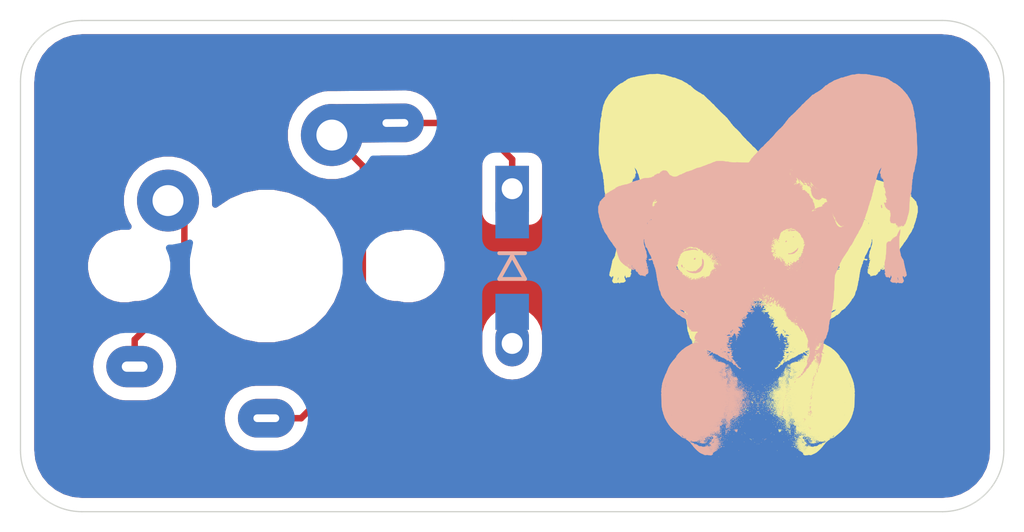
<source format=kicad_pcb>
(kicad_pcb (version 20171130) (host pcbnew "(5.1.4)-1")
  (layers (0 F.Cu signal) (31 B.Cu signal) (34 B.Paste user) (35 F.Paste user) (36 B.SilkS user) (37 F.SilkS user) (38 B.Mask user) (39 F.Mask user) (44 Edge.Cuts user))
  (net 0 "")
  (net 1 "Net-(D1-Pad2)")
  (net 2 "Net-(D1-Pad1)")
  (net 3 "Net-(SW1-Pad2)")
  (module pcb-art:martinwithball (layer B.Cu) (at 148.43125 95.25 180)
    (fp_text reference G*** hide)
    (fp_text value LOGO hide)
  )
  (module pcb-art:martinwithball (layer F.Cu) (at 148.43125 95.25)
    (fp_text reference G*** hide)
    (fp_text value LOGO hide)
  )
  (module kbd:CherryMX_ChocV2_1u (layer F.Cu) (at 129.38125 95.25)
    (fp_text reference D1 hide)
    (fp_text value D_Small hide)
    (pad 2 thru_hole circle (at 2.54 -5.08) (size 2.4 2.4) (drill 1.2) (layers *.Cu B.Mask) (net 1 "Net-(D1-Pad2)"))
    (pad 2 thru_hole oval (at 5 -5.55 0.5) (size 4.4 1.5) (drill oval 1 0.3 (offset -1.1 0)) (layers *.Cu B.Mask) (net 1 "Net-(D1-Pad2)"))
    (pad 1 thru_hole oval (at -5.1 3.9) (size 2.2 1.6) (drill oval 1 0.4) (layers *.Cu B.Mask) (net 2 "Net-(D1-Pad1)"))
    (pad "" np_thru_hole circle (at 0 0 90) (size 4.9 4.9) (drill 4.9) (layers *.Cu *.Mask))
    (pad "" np_thru_hole circle (at -5.5 0 90) (size 1.8 1.8) (drill 1.8) (layers *.Cu *.Mask))
    (pad "" np_thru_hole circle (at 5.5 0 90) (size 1.8 1.8) (drill 1.8) (layers *.Cu *.Mask))
    (pad 2 thru_hole oval (at 0 5.9) (size 2.2 1.5) (drill oval 1 0.3) (layers *.Cu B.Mask) (net 1 "Net-(D1-Pad2)"))
    (pad 1 thru_hole circle (at -3.81 -2.54) (size 2.4 2.4) (drill 1.2) (layers *.Cu B.Mask) (net 2 "Net-(D1-Pad1)"))
    (pad "" np_thru_hole circle (at 5.08 0) (size 1.7 1.7) (drill 1.7) (layers *.Cu *.Mask))
    (pad "" np_thru_hole circle (at -5.08 0) (size 1.7 1.7) (drill 1.7) (layers *.Cu *.Mask))
  )
  (module kbd:D3_TH_SMD_v2 (layer B.Cu) (at 138.90625 95.25 270)
    (fp_text reference SW1 hide)
    (fp_text value SW_PUSH hide)
    (pad 2 smd rect (at 1.775 0 90) (size 1.4 1.3) (layers B.Cu B.Paste B.Mask) (net 3 "Net-(SW1-Pad2)"))
    (pad 1 smd rect (at -1.775 0 90) (size 1.4 1.3) (layers B.Cu B.Paste B.Mask) (net 1 "Net-(D1-Pad2)"))
    (pad 2 thru_hole oval (at 3 0 270) (size 1.778 1.3) (drill 0.8128) (layers *.Cu F.Mask) (net 3 "Net-(SW1-Pad2)"))
    (pad 1 thru_hole rect (at -3 0 270) (size 1.778 1.3) (drill 0.8128) (layers *.Cu F.Mask) (net 1 "Net-(D1-Pad2)"))
  )
  (gr_line (start 157.95625 88.10625) (end 157.95625 102.39375) (layer Edge.Cuts) (width 0.05))
  (gr_arc (start 155.575 102.39375) (end 155.575 104.775) (angle -90) (layer Edge.Cuts) (width 0.05))
  (gr_line (start 122.2375 104.775) (end 155.575 104.775) (layer Edge.Cuts) (width 0.05))
  (gr_line (start 138.90625 85.725) (end 122.2375 85.725) (layer Edge.Cuts) (width 0.05))
  (gr_arc (start 155.575 88.10625) (end 157.95625 88.10625) (angle -90) (layer Edge.Cuts) (width 0.05))
  (gr_line (start 138.90625 85.725) (end 155.575 85.725) (layer Edge.Cuts) (width 0.05))
  (gr_line (start 119.85625 88.10625) (end 119.85625 102.39375) (layer Edge.Cuts) (width 0.05))
  (gr_arc (start 122.2375 102.39375) (end 119.85625 102.39375) (angle -90) (layer Edge.Cuts) (width 0.05))
  (gr_arc (start 122.2375 88.10625) (end 122.2375 85.725) (angle -90) (layer Edge.Cuts) (width 0.05))
  (segment (start 131.92125 90.17) (end 131.92125 90.64625) (width 0.25) (layer F.Cu) (net 1))
  (segment (start 133.121249 98.760001) (end 133.121249 91.369999) (width 0.25) (layer F.Cu) (net 1))
  (segment (start 133.121249 91.369999) (end 131.92125 90.17) (width 0.25) (layer F.Cu) (net 1))
  (segment (start 130.73125 101.15) (end 133.121249 98.760001) (width 0.25) (layer F.Cu) (net 1))
  (segment (start 129.38125 101.15) (end 130.73125 101.15) (width 0.25) (layer F.Cu) (net 1))
  (segment (start 138.90625 92.25) (end 138.90625 91.111) (width 0.25) (layer F.Cu) (net 1))
  (segment (start 137.49525 89.7) (end 134.38125 89.7) (width 0.25) (layer F.Cu) (net 1))
  (segment (start 138.90625 91.111) (end 137.49525 89.7) (width 0.25) (layer F.Cu) (net 1))
  (segment (start 138.90625 92.25) (end 138.90625 93.475) (width 0.25) (layer B.Cu) (net 1))
  (segment (start 126.20625 96.175) (end 124.28125 98.1) (width 0.25) (layer F.Cu) (net 2))
  (segment (start 124.28125 98.1) (end 124.28125 99.15) (width 0.25) (layer F.Cu) (net 2))
  (segment (start 125.57125 92.71) (end 125.57125 93.0275) (width 0.25) (layer F.Cu) (net 2))
  (segment (start 126.20625 93.6625) (end 126.20625 96.175) (width 0.25) (layer F.Cu) (net 2))
  (segment (start 125.57125 93.0275) (end 126.20625 93.6625) (width 0.25) (layer F.Cu) (net 2))
  (segment (start 138.90625 97.025) (end 138.90625 98.25) (width 0.25) (layer B.Cu) (net 3))
  (zone (net 0) (net_name "") (layer F.Cu) (connect_pads (clearance 0.508)) (min_thickness 0.254) (fill yes (arc_segments 32) (thermal_gap 0.508) (thermal_bridge_width 0.508))
    (polygon (pts (xy 119.0625 84.93125) (xy 158.75 84.93125) (xy 158.75 105.56875) (xy 119.0625 105.56875)))
  )
  (zone (net 0) (net_name "") (layer B.Cu) (connect_pads (clearance 0.508)) (min_thickness 0.254) (fill yes (arc_segments 32) (thermal_gap 0.508) (thermal_bridge_width 0.508))
    (polygon (pts (xy 119.0625 84.93125) (xy 158.75 84.93125) (xy 158.75 105.56875) (xy 119.0625 105.56875)))
  )
)
</source>
